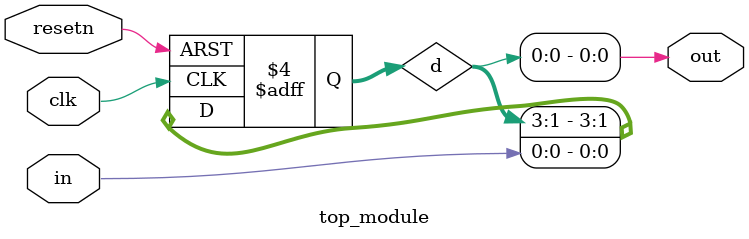
<source format=sv>
module top_module (
	input clk,
	input resetn,
	input in,
	output out
);

reg [3:0] d;
wire reset;

assign reset = ~resetn;

assign out = d[0];

always @(posedge clk or negedge reset) begin
	if (!reset)
		d <= 4'b0;
	else
		d <= {d[3:1], in};
end

endmodule

</source>
